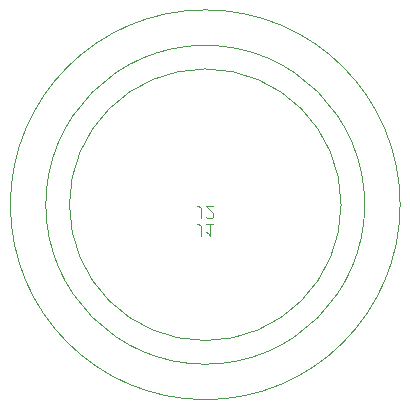
<source format=gbr>
%TF.GenerationSoftware,KiCad,Pcbnew,(7.0.0)*%
%TF.CreationDate,2023-04-25T13:06:37+01:00*%
%TF.ProjectId,BreakawayConnector,42726561-6b61-4776-9179-436f6e6e6563,rev?*%
%TF.SameCoordinates,Original*%
%TF.FileFunction,Legend,Bot*%
%TF.FilePolarity,Positive*%
%FSLAX46Y46*%
G04 Gerber Fmt 4.6, Leading zero omitted, Abs format (unit mm)*
G04 Created by KiCad (PCBNEW (7.0.0)) date 2023-04-25 13:06:37*
%MOMM*%
%LPD*%
G01*
G04 APERTURE LIST*
%ADD10C,0.100000*%
G04 APERTURE END LIST*
D10*
%TO.C,J2*%
X99666666Y-101132619D02*
X99666666Y-100418333D01*
X99666666Y-100418333D02*
X99619047Y-100275476D01*
X99619047Y-100275476D02*
X99523809Y-100180238D01*
X99523809Y-100180238D02*
X99380952Y-100132619D01*
X99380952Y-100132619D02*
X99285714Y-100132619D01*
X100095238Y-101037380D02*
X100142857Y-101085000D01*
X100142857Y-101085000D02*
X100238095Y-101132619D01*
X100238095Y-101132619D02*
X100476190Y-101132619D01*
X100476190Y-101132619D02*
X100571428Y-101085000D01*
X100571428Y-101085000D02*
X100619047Y-101037380D01*
X100619047Y-101037380D02*
X100666666Y-100942142D01*
X100666666Y-100942142D02*
X100666666Y-100846904D01*
X100666666Y-100846904D02*
X100619047Y-100704047D01*
X100619047Y-100704047D02*
X100047619Y-100132619D01*
X100047619Y-100132619D02*
X100666666Y-100132619D01*
%TO.C,J1*%
X99666666Y-102632619D02*
X99666666Y-101918333D01*
X99666666Y-101918333D02*
X99619047Y-101775476D01*
X99619047Y-101775476D02*
X99523809Y-101680238D01*
X99523809Y-101680238D02*
X99380952Y-101632619D01*
X99380952Y-101632619D02*
X99285714Y-101632619D01*
X100666666Y-101632619D02*
X100095238Y-101632619D01*
X100380952Y-101632619D02*
X100380952Y-102632619D01*
X100380952Y-102632619D02*
X100285714Y-102489761D01*
X100285714Y-102489761D02*
X100190476Y-102394523D01*
X100190476Y-102394523D02*
X100095238Y-102346904D01*
%TO.C,J2*%
X111500000Y-100000000D02*
G75*
G03*
X111500000Y-100000000I-11500000J0D01*
G01*
X113500000Y-100000000D02*
G75*
G03*
X113500000Y-100000000I-13500000J0D01*
G01*
%TO.C,J1*%
X113500000Y-100000000D02*
G75*
G03*
X113500000Y-100000000I-13500000J0D01*
G01*
X116500000Y-100000000D02*
G75*
G03*
X116500000Y-100000000I-16500000J0D01*
G01*
%TD*%
M02*

</source>
